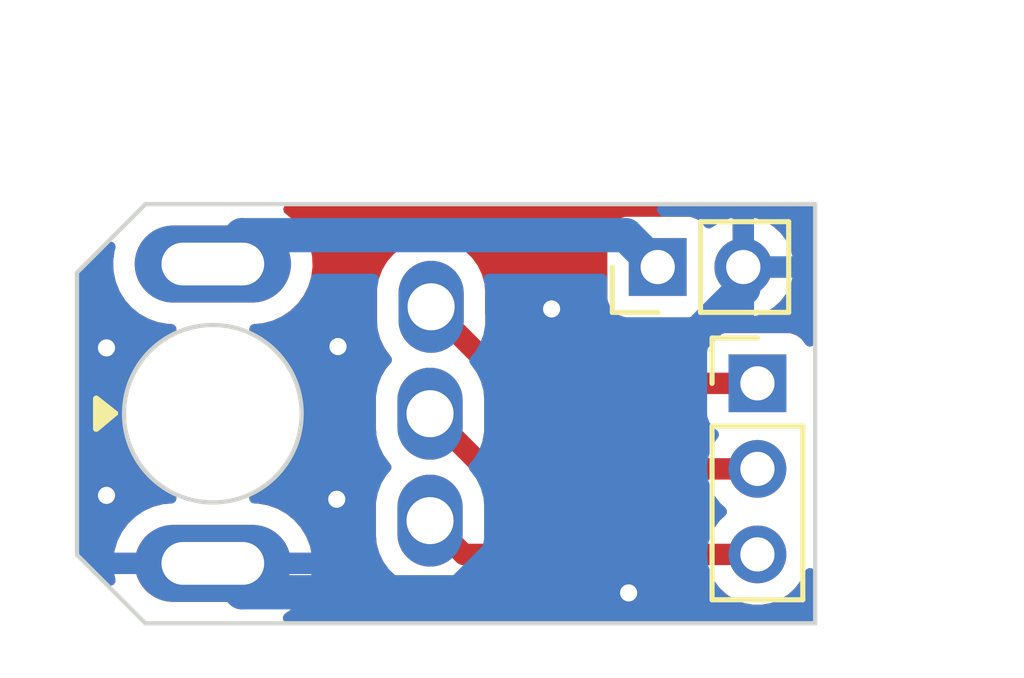
<source format=kicad_pcb>
(kicad_pcb (version 20221018) (generator pcbnew)
  (layers (0 "F.Cu" signal) (1 "In1.Cu" signal) (2 "In2.Cu" signal) (31 "B.Cu" signal) (34 "B.Paste" user) (35 "F.Paste" user) (36 "B.SilkS" user "B.Silkscreen") (37 "F.SilkS" user "F.Silkscreen") (38 "B.Mask" user) (39 "F.Mask" user) (44 "Edge.Cuts" user))
  (net 0 "")
  (net 1 "Net-(J2-Pin_1)")
  (net 2 "Net-(J2-Pin_2)")
  (net 3 "Net-(J1-Pin_1)")
  (net 4 "Net-(J1-Pin_2)")
  (net 5 "Net-(J1-Pin_3)")
  (footprint "Connector_PinHeader_2.00mm:PinHeader_1x02_P2.00mm_Vertical" (layer "F.Cu") (at 63.57 51.47 90)
    (fp_text reference "J2" hide)
    (fp_text value "Conn_01x02_Pin")
    (fp_line (start -1.06 -1.06) (end 0 -1.06) (stroke (width 0.12)) (layer "F.SilkS"))
    (fp_line (start -1.06 0) (end -1.06 -1.06) (stroke (width 0.12)) (layer "F.SilkS"))
    (fp_line (start -1.06 1) (end -1.06 3.06) (stroke (width 0.12)) (layer "F.SilkS"))
    (fp_line (start -1.06 1) (end 1.06 1) (stroke (width 0.12)) (layer "F.SilkS"))
    (fp_line (start -1.06 3.06) (end 1.06 3.06) (stroke (width 0.12)) (layer "F.SilkS"))
    (fp_line (start 1.06 1) (end 1.06 3.06) (stroke (width 0.12)) (layer "F.SilkS"))
    (pad "1" thru_hole rect (at 0 0 90) (size 1.35 1.35) (drill 0.8) (layers "*.Cu" "*.Mask") (net 1 "Net-(J2-Pin_1)"))
    (pad "2" thru_hole oval (at 0 2 90) (size 1.35 1.35) (drill 0.8) (layers "*.Cu" "*.Mask") (net 2 "Net-(J2-Pin_2)"))
  )
  (footprint "CustomLib:MG90I_motor" (layer "F.Cu") (at 53.175 54.9 90)
    (fp_text reference "M1" hide)
    (fp_text value "Motor_DC")
    (pad "1" thru_hole oval (at -3.5 0 90) (size 1.8 3.65) (drill oval 1 2.4) (layers "*.Cu" "*.Mask") (net 2 "Net-(J2-Pin_2)"))
    (pad "2" thru_hole oval (at 3.5 0 90) (size 1.8 3.65) (drill oval 1 2.4) (layers "*.Cu" "*.Mask") (net 1 "Net-(J2-Pin_1)"))
  )
  (footprint "Connector_PinHeader_2.00mm:PinHeader_1x03_P2.00mm_Vertical" (layer "F.Cu") (at 65.9 54.19)
    (fp_text reference "J1" hide)
    (fp_text value "Conn_01x03_Pin")
    (fp_line (start -1.06 -1.06) (end 0 -1.06) (stroke (width 0.12)) (layer "F.SilkS"))
    (fp_line (start -1.06 0) (end -1.06 -1.06) (stroke (width 0.12)) (layer "F.SilkS"))
    (fp_line (start -1.06 1) (end -1.06 5.06) (stroke (width 0.12)) (layer "F.SilkS"))
    (fp_line (start -1.06 1) (end 1.06 1) (stroke (width 0.12)) (layer "F.SilkS"))
    (fp_line (start -1.06 5.06) (end 1.06 5.06) (stroke (width 0.12)) (layer "F.SilkS"))
    (fp_line (start 1.06 1) (end 1.06 5.06) (stroke (width 0.12)) (layer "F.SilkS"))
    (pad "1" thru_hole rect (at 0 0) (size 1.35 1.35) (drill 0.8) (layers "*.Cu" "*.Mask") (net 3 "Net-(J1-Pin_1)"))
    (pad "2" thru_hole oval (at 0 2) (size 1.35 1.35) (drill 0.8) (layers "*.Cu" "*.Mask") (net 4 "Net-(J1-Pin_2)"))
    (pad "3" thru_hole oval (at 0 4) (size 1.35 1.35) (drill 0.8) (layers "*.Cu" "*.Mask") (net 5 "Net-(J1-Pin_3)"))
  )
  (footprint "CustomLib:MG90I_potentiometer" (layer "F.Cu") (at 58.25 54.9 90)
    (fp_text reference "RV1" hide)
    (fp_text value "R_Potentiometer")
    (pad "1" thru_hole oval (at -2.5 0 90) (size 2.15 1.524) (drill 1.1) (layers "*.Cu" "*.Mask") (net 5 "Net-(J1-Pin_3)"))
    (pad "2" thru_hole oval (at 0 0 90) (size 2.15 1.524) (drill 1.1) (layers "*.Cu" "*.Mask") (net 4 "Net-(J1-Pin_2)"))
    (pad "3" thru_hole oval (at 2.5 0.025 90) (size 2.15 1.524) (drill 1.1) (layers "*.Cu" "*.Mask") (net 3 "Net-(J1-Pin_1)"))
  )
  (gr_poly (pts (xy 50.45 54.55) (xy 50.45 55.25) (xy 50.88 54.89)) (stroke (width 0.15)) (fill solid) (layer "F.SilkS"))
  (gr_line (start 67.25 59.8) (end 67.25 50) (stroke (width 0.1)) (layer "Edge.Cuts"))
  (gr_line (start 67.25 50) (end 51.6 50) (stroke (width 0.1)) (layer "Edge.Cuts"))
  (gr_line (start 67.25 59.8) (end 51.6 59.8) (stroke (width 0.1)) (layer "Edge.Cuts"))
  (gr_line (start 50 58.2) (end 50 51.6) (stroke (width 0.1)) (layer "Edge.Cuts"))
  (gr_circle (center 53.175 54.9) (end 55.25 54.9) (stroke (width 0.1)) (fill none) (layer "Edge.Cuts"))
  (gr_line (start 51.6 50) (end 50 51.6) (stroke (width 0.1)) (layer "Edge.Cuts"))
  (gr_line (start 51.6 59.8) (end 50 58.2) (stroke (width 0.1)) (layer "Edge.Cuts"))
  (segment (start 62.825 50.725) (end 53.85 50.725) (width 0.8) (layer "B.Cu") (net 1))
  (segment (start 53.85 50.725) (end 53.175 51.4) (width 0.8) (layer "B.Cu") (net 1))
  (segment (start 63.57 51.47) (end 62.825 50.725) (width 0.8) (layer "B.Cu") (net 1))
  (via (at 56.07 56.9) (size 0.8) (drill 0.4) (layers "F.Cu" "B.Cu") (net 2))
  (via (at 61.09 52.45) (size 0.8) (drill 0.4) (layers "F.Cu" "B.Cu") (net 2))
  (via (at 56.1 53.33) (size 0.8) (drill 0.4) (layers "F.Cu" "B.Cu") (net 2))
  (via (at 62.89 59.09) (size 0.8) (drill 0.4) (layers "F.Cu" "B.Cu") (net 2))
  (via (at 50.69 56.81) (size 0.8) (drill 0.4) (layers "F.Cu" "B.Cu") (net 2))
  (via (at 50.69 53.36) (size 0.8) (drill 0.4) (layers "F.Cu" "B.Cu") (net 2))
  (segment (start 53.85 59.075) (end 58.96 59.075) (width 0.8) (layer "B.Cu") (net 2))
  (segment (start 63.74 53.8) (end 65.57 51.97) (width 0.8) (layer "B.Cu") (net 2))
  (segment (start 63.74 54.295) (end 63.74 53.8) (width 0.8) (layer "B.Cu") (net 2))
  (segment (start 58.96 59.075) (end 63.74 54.295) (width 0.8) (layer "B.Cu") (net 2))
  (segment (start 53.175 58.4) (end 53.85 59.075) (width 0.8) (layer "B.Cu") (net 2))
  (segment (start 65.57 51.97) (end 65.57 51.47) (width 0.8) (layer "B.Cu") (net 2))
  (segment (start 58.275 52.4) (end 60.065 54.19) (width 0.5) (layer "F.Cu") (net 3))
  (segment (start 60.065 54.19) (end 65.9 54.19) (width 0.5) (layer "F.Cu") (net 3))
  (segment (start 65.9 56.19) (end 59.54 56.19) (width 0.5) (layer "F.Cu") (net 4))
  (segment (start 59.54 56.19) (end 58.25 54.9) (width 0.5) (layer "F.Cu") (net 4))
  (segment (start 59.04 58.19) (end 58.25 57.4) (width 0.5) (layer "F.Cu") (net 5))
  (segment (start 65.9 58.19) (end 59.04 58.19) (width 0.5) (layer "F.Cu") (net 5))
  (zone (net 2) (net_name "Net-(J2-Pin_2)") (layers "F.Cu" "In1.Cu" "In2.Cu" "B.Cu") (connect_pads (clearance 0.5)) (min_thickness 0.25) (fill yes (thermal_gap 0.5) (thermal_bridge_width 0.5))
    (polygon (pts (xy 48.78 49.4) (xy 67.78 49.4) (xy 67.85 49.47) (xy 67.85 60.14) (xy 67.82 60.17) (xy 49.07 60.17) (xy 48.78 59.88)))
  )
)
</source>
